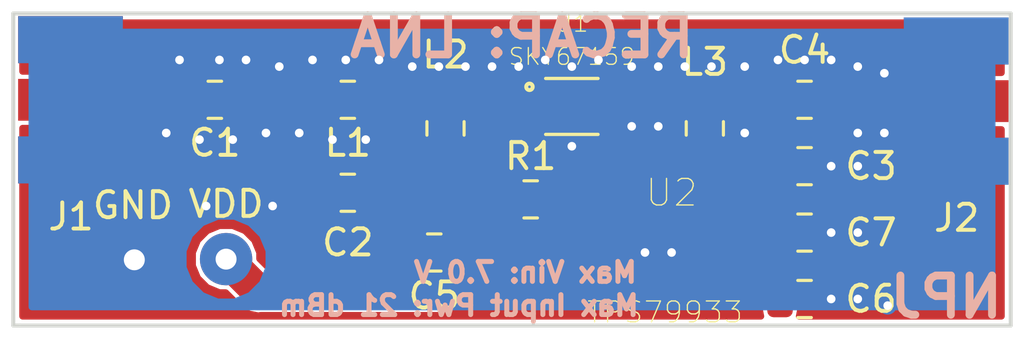
<source format=kicad_pcb>
(kicad_pcb (version 20171130) (host pcbnew 5.0.2-bee76a0~70~ubuntu16.04.1)

  (general
    (thickness 1.6)
    (drawings 9)
    (tracks 90)
    (zones 0)
    (modules 17)
    (nets 15)
  )

  (page A4)
  (layers
    (0 F.Cu signal)
    (31 B.Cu signal)
    (32 B.Adhes user)
    (33 F.Adhes user)
    (34 B.Paste user)
    (35 F.Paste user)
    (36 B.SilkS user)
    (37 F.SilkS user)
    (38 B.Mask user)
    (39 F.Mask user)
    (40 Dwgs.User user)
    (41 Cmts.User user)
    (42 Eco1.User user)
    (43 Eco2.User user)
    (44 Edge.Cuts user)
    (45 Margin user)
    (46 B.CrtYd user)
    (47 F.CrtYd user)
    (48 B.Fab user)
    (49 F.Fab user hide)
  )

  (setup
    (last_trace_width 0.8128)
    (user_trace_width 0.254)
    (user_trace_width 0.381)
    (user_trace_width 0.508)
    (user_trace_width 0.8128)
    (user_trace_width 1.27)
    (trace_clearance 0.1524)
    (zone_clearance 0.1524)
    (zone_45_only no)
    (trace_min 0.1524)
    (segment_width 0.2)
    (edge_width 0.15)
    (via_size 0.6858)
    (via_drill 0.3302)
    (via_min_size 0.6858)
    (via_min_drill 0.3302)
    (uvia_size 0.6858)
    (uvia_drill 0.3302)
    (uvias_allowed no)
    (uvia_min_size 0.2)
    (uvia_min_drill 0.1)
    (pcb_text_width 0.3)
    (pcb_text_size 1.5 1.5)
    (mod_edge_width 0.15)
    (mod_text_size 1 1)
    (mod_text_width 0.15)
    (pad_size 5 2.5)
    (pad_drill 0)
    (pad_to_mask_clearance 0.051)
    (solder_mask_min_width 0.25)
    (aux_axis_origin 0 0)
    (visible_elements FFFFEF7F)
    (pcbplotparams
      (layerselection 0x010f0_ffffffff)
      (usegerberextensions true)
      (usegerberattributes false)
      (usegerberadvancedattributes false)
      (creategerberjobfile false)
      (excludeedgelayer true)
      (linewidth 0.100000)
      (plotframeref false)
      (viasonmask false)
      (mode 1)
      (useauxorigin false)
      (hpglpennumber 1)
      (hpglpenspeed 20)
      (hpglpendiameter 15.000000)
      (psnegative false)
      (psa4output false)
      (plotreference true)
      (plotvalue false)
      (plotinvisibletext false)
      (padsonsilk false)
      (subtractmaskfromsilk false)
      (outputformat 1)
      (mirror false)
      (drillshape 0)
      (scaleselection 1)
      (outputdirectory "gerbers/"))
  )

  (net 0 "")
  (net 1 "Net-(C1-Pad2)")
  (net 2 "Net-(C1-Pad1)")
  (net 3 GND)
  (net 4 "Net-(C2-Pad2)")
  (net 5 +3V3)
  (net 6 "Net-(C4-Pad2)")
  (net 7 "Net-(C4-Pad1)")
  (net 8 VDD)
  (net 9 "Net-(C6-Pad2)")
  (net 10 "Net-(L1-Pad1)")
  (net 11 "Net-(U1-Pad1)")
  (net 12 "Net-(U1-Pad4)")
  (net 13 "Net-(U1-Pad5)")
  (net 14 "Net-(U1-Pad8)")

  (net_class Default "This is the default net class."
    (clearance 0.1524)
    (trace_width 0.1524)
    (via_dia 0.6858)
    (via_drill 0.3302)
    (uvia_dia 0.6858)
    (uvia_drill 0.3302)
    (add_net +3V3)
    (add_net GND)
    (add_net "Net-(C1-Pad1)")
    (add_net "Net-(C1-Pad2)")
    (add_net "Net-(C2-Pad2)")
    (add_net "Net-(C4-Pad1)")
    (add_net "Net-(C4-Pad2)")
    (add_net "Net-(C6-Pad2)")
    (add_net "Net-(L1-Pad1)")
    (add_net "Net-(U1-Pad1)")
    (add_net "Net-(U1-Pad4)")
    (add_net "Net-(U1-Pad5)")
    (add_net "Net-(U1-Pad8)")
    (add_net VDD)
  )

  (module footprints:sma-edge-small (layer F.Cu) (tedit 5C820BAA) (tstamp 5C81A26D)
    (at 107.3912 74.7268)
    (path /5C820821)
    (fp_text reference J2 (at 0.02 4.47) (layer F.SilkS)
      (effects (font (size 1 1) (thickness 0.15)))
    )
    (fp_text value RF-OUT (at 0.03 -4.36) (layer F.Fab)
      (effects (font (size 1 1) (thickness 0.15)))
    )
    (pad 2 smd rect (at 0 -3.2) (size 4 1.8) (drill (offset 0 0.9)) (layers B.Cu B.Mask)
      (net 3 GND))
    (pad 2 smd rect (at 0 -3.2) (size 4 1.8) (drill (offset 0 0.9)) (layers F.Cu F.Mask)
      (net 3 GND))
    (pad 2 smd rect (at 0 3.2) (size 4 1.8) (drill (offset 0 -0.9)) (layers B.Cu B.Mask)
      (net 3 GND))
    (pad 2 smd rect (at 0 3.2) (size 4 1.8) (drill (offset 0 -0.9)) (layers F.Cu F.Mask)
      (net 3 GND))
    (pad 1 smd rect (at 0 0) (size 4 1.6) (layers F.Cu F.Mask)
      (net 7 "Net-(C4-Pad1)"))
  )

  (module footprints:sma-edge-small (layer F.Cu) (tedit 5C820BAA) (tstamp 5C81A264)
    (at 73.5584 74.676)
    (path /5C80AA0E)
    (fp_text reference J1 (at 0.02 4.47) (layer F.SilkS)
      (effects (font (size 1 1) (thickness 0.15)))
    )
    (fp_text value RF-IN (at 0.03 -4.36) (layer F.Fab)
      (effects (font (size 1 1) (thickness 0.15)))
    )
    (pad 2 smd rect (at 0 -3.2) (size 4 1.8) (drill (offset 0 0.9)) (layers B.Cu B.Mask)
      (net 3 GND))
    (pad 2 smd rect (at 0 -3.2) (size 4 1.8) (drill (offset 0 0.9)) (layers F.Cu F.Mask)
      (net 3 GND))
    (pad 2 smd rect (at 0 3.2) (size 4 1.8) (drill (offset 0 -0.9)) (layers B.Cu B.Mask)
      (net 3 GND))
    (pad 2 smd rect (at 0 3.2) (size 4 1.8) (drill (offset 0 -0.9)) (layers F.Cu F.Mask)
      (net 3 GND))
    (pad 1 smd rect (at 0 0) (size 4 1.6) (layers F.Cu F.Mask)
      (net 1 "Net-(C1-Pad2)"))
  )

  (module Capacitor_SMD:C_0805_2012Metric (layer F.Cu) (tedit 5B36C52B) (tstamp 5C821162)
    (at 79.0725 74.676 180)
    (descr "Capacitor SMD 0805 (2012 Metric), square (rectangular) end terminal, IPC_7351 nominal, (Body size source: https://docs.google.com/spreadsheets/d/1BsfQQcO9C6DZCsRaXUlFlo91Tg2WpOkGARC1WS5S8t0/edit?usp=sharing), generated with kicad-footprint-generator")
    (tags capacitor)
    (path /5C80A6BF)
    (attr smd)
    (fp_text reference C1 (at 0 -1.65 180) (layer F.SilkS)
      (effects (font (size 1 1) (thickness 0.15)))
    )
    (fp_text value 20p (at 0 1.65 180) (layer F.Fab)
      (effects (font (size 1 1) (thickness 0.15)))
    )
    (fp_text user %R (at 0 0 180) (layer F.Fab)
      (effects (font (size 0.5 0.5) (thickness 0.08)))
    )
    (fp_line (start 1.68 0.95) (end -1.68 0.95) (layer F.CrtYd) (width 0.05))
    (fp_line (start 1.68 -0.95) (end 1.68 0.95) (layer F.CrtYd) (width 0.05))
    (fp_line (start -1.68 -0.95) (end 1.68 -0.95) (layer F.CrtYd) (width 0.05))
    (fp_line (start -1.68 0.95) (end -1.68 -0.95) (layer F.CrtYd) (width 0.05))
    (fp_line (start -0.258578 0.71) (end 0.258578 0.71) (layer F.SilkS) (width 0.12))
    (fp_line (start -0.258578 -0.71) (end 0.258578 -0.71) (layer F.SilkS) (width 0.12))
    (fp_line (start 1 0.6) (end -1 0.6) (layer F.Fab) (width 0.1))
    (fp_line (start 1 -0.6) (end 1 0.6) (layer F.Fab) (width 0.1))
    (fp_line (start -1 -0.6) (end 1 -0.6) (layer F.Fab) (width 0.1))
    (fp_line (start -1 0.6) (end -1 -0.6) (layer F.Fab) (width 0.1))
    (pad 2 smd roundrect (at 0.9375 0 180) (size 0.975 1.4) (layers F.Cu F.Paste F.Mask) (roundrect_rratio 0.25)
      (net 1 "Net-(C1-Pad2)"))
    (pad 1 smd roundrect (at -0.9375 0 180) (size 0.975 1.4) (layers F.Cu F.Paste F.Mask) (roundrect_rratio 0.25)
      (net 2 "Net-(C1-Pad1)"))
    (model ${KISYS3DMOD}/Capacitor_SMD.3dshapes/C_0805_2012Metric.wrl
      (at (xyz 0 0 0))
      (scale (xyz 1 1 1))
      (rotate (xyz 0 0 0))
    )
  )

  (module Capacitor_SMD:C_0805_2012Metric (layer F.Cu) (tedit 5B36C52B) (tstamp 5C821114)
    (at 84.1525 78.232)
    (descr "Capacitor SMD 0805 (2012 Metric), square (rectangular) end terminal, IPC_7351 nominal, (Body size source: https://docs.google.com/spreadsheets/d/1BsfQQcO9C6DZCsRaXUlFlo91Tg2WpOkGARC1WS5S8t0/edit?usp=sharing), generated with kicad-footprint-generator")
    (tags capacitor)
    (path /5C80AF37)
    (attr smd)
    (fp_text reference C2 (at 0 1.905) (layer F.SilkS)
      (effects (font (size 1 1) (thickness 0.15)))
    )
    (fp_text value 100p (at 0 1.65) (layer F.Fab)
      (effects (font (size 1 1) (thickness 0.15)))
    )
    (fp_text user %R (at 0 0) (layer F.Fab)
      (effects (font (size 0.5 0.5) (thickness 0.08)))
    )
    (fp_line (start 1.68 0.95) (end -1.68 0.95) (layer F.CrtYd) (width 0.05))
    (fp_line (start 1.68 -0.95) (end 1.68 0.95) (layer F.CrtYd) (width 0.05))
    (fp_line (start -1.68 -0.95) (end 1.68 -0.95) (layer F.CrtYd) (width 0.05))
    (fp_line (start -1.68 0.95) (end -1.68 -0.95) (layer F.CrtYd) (width 0.05))
    (fp_line (start -0.258578 0.71) (end 0.258578 0.71) (layer F.SilkS) (width 0.12))
    (fp_line (start -0.258578 -0.71) (end 0.258578 -0.71) (layer F.SilkS) (width 0.12))
    (fp_line (start 1 0.6) (end -1 0.6) (layer F.Fab) (width 0.1))
    (fp_line (start 1 -0.6) (end 1 0.6) (layer F.Fab) (width 0.1))
    (fp_line (start -1 -0.6) (end 1 -0.6) (layer F.Fab) (width 0.1))
    (fp_line (start -1 0.6) (end -1 -0.6) (layer F.Fab) (width 0.1))
    (pad 2 smd roundrect (at 0.9375 0) (size 0.975 1.4) (layers F.Cu F.Paste F.Mask) (roundrect_rratio 0.25)
      (net 4 "Net-(C2-Pad2)"))
    (pad 1 smd roundrect (at -0.9375 0) (size 0.975 1.4) (layers F.Cu F.Paste F.Mask) (roundrect_rratio 0.25)
      (net 3 GND))
    (model ${KISYS3DMOD}/Capacitor_SMD.3dshapes/C_0805_2012Metric.wrl
      (at (xyz 0 0 0))
      (scale (xyz 1 1 1))
      (rotate (xyz 0 0 0))
    )
  )

  (module Capacitor_SMD:C_0805_2012Metric (layer F.Cu) (tedit 5B36C52B) (tstamp 5C81A217)
    (at 101.6 77.216 180)
    (descr "Capacitor SMD 0805 (2012 Metric), square (rectangular) end terminal, IPC_7351 nominal, (Body size source: https://docs.google.com/spreadsheets/d/1BsfQQcO9C6DZCsRaXUlFlo91Tg2WpOkGARC1WS5S8t0/edit?usp=sharing), generated with kicad-footprint-generator")
    (tags capacitor)
    (path /5C80B377)
    (attr smd)
    (fp_text reference C3 (at -2.54 0 180) (layer F.SilkS)
      (effects (font (size 1 1) (thickness 0.15)))
    )
    (fp_text value 100p (at 0 1.65 180) (layer F.Fab)
      (effects (font (size 1 1) (thickness 0.15)))
    )
    (fp_text user %R (at 0 0 180) (layer F.Fab)
      (effects (font (size 0.5 0.5) (thickness 0.08)))
    )
    (fp_line (start 1.68 0.95) (end -1.68 0.95) (layer F.CrtYd) (width 0.05))
    (fp_line (start 1.68 -0.95) (end 1.68 0.95) (layer F.CrtYd) (width 0.05))
    (fp_line (start -1.68 -0.95) (end 1.68 -0.95) (layer F.CrtYd) (width 0.05))
    (fp_line (start -1.68 0.95) (end -1.68 -0.95) (layer F.CrtYd) (width 0.05))
    (fp_line (start -0.258578 0.71) (end 0.258578 0.71) (layer F.SilkS) (width 0.12))
    (fp_line (start -0.258578 -0.71) (end 0.258578 -0.71) (layer F.SilkS) (width 0.12))
    (fp_line (start 1 0.6) (end -1 0.6) (layer F.Fab) (width 0.1))
    (fp_line (start 1 -0.6) (end 1 0.6) (layer F.Fab) (width 0.1))
    (fp_line (start -1 -0.6) (end 1 -0.6) (layer F.Fab) (width 0.1))
    (fp_line (start -1 0.6) (end -1 -0.6) (layer F.Fab) (width 0.1))
    (pad 2 smd roundrect (at 0.9375 0 180) (size 0.975 1.4) (layers F.Cu F.Paste F.Mask) (roundrect_rratio 0.25)
      (net 5 +3V3))
    (pad 1 smd roundrect (at -0.9375 0 180) (size 0.975 1.4) (layers F.Cu F.Paste F.Mask) (roundrect_rratio 0.25)
      (net 3 GND))
    (model ${KISYS3DMOD}/Capacitor_SMD.3dshapes/C_0805_2012Metric.wrl
      (at (xyz 0 0 0))
      (scale (xyz 1 1 1))
      (rotate (xyz 0 0 0))
    )
  )

  (module Capacitor_SMD:C_0805_2012Metric (layer F.Cu) (tedit 5B36C52B) (tstamp 5C81A228)
    (at 101.6 74.676 180)
    (descr "Capacitor SMD 0805 (2012 Metric), square (rectangular) end terminal, IPC_7351 nominal, (Body size source: https://docs.google.com/spreadsheets/d/1BsfQQcO9C6DZCsRaXUlFlo91Tg2WpOkGARC1WS5S8t0/edit?usp=sharing), generated with kicad-footprint-generator")
    (tags capacitor)
    (path /5C80B13F)
    (attr smd)
    (fp_text reference C4 (at 0 1.905 180) (layer F.SilkS)
      (effects (font (size 1 1) (thickness 0.15)))
    )
    (fp_text value 100p (at 0 1.65 180) (layer F.Fab)
      (effects (font (size 1 1) (thickness 0.15)))
    )
    (fp_text user %R (at 0 0 180) (layer F.Fab)
      (effects (font (size 0.5 0.5) (thickness 0.08)))
    )
    (fp_line (start 1.68 0.95) (end -1.68 0.95) (layer F.CrtYd) (width 0.05))
    (fp_line (start 1.68 -0.95) (end 1.68 0.95) (layer F.CrtYd) (width 0.05))
    (fp_line (start -1.68 -0.95) (end 1.68 -0.95) (layer F.CrtYd) (width 0.05))
    (fp_line (start -1.68 0.95) (end -1.68 -0.95) (layer F.CrtYd) (width 0.05))
    (fp_line (start -0.258578 0.71) (end 0.258578 0.71) (layer F.SilkS) (width 0.12))
    (fp_line (start -0.258578 -0.71) (end 0.258578 -0.71) (layer F.SilkS) (width 0.12))
    (fp_line (start 1 0.6) (end -1 0.6) (layer F.Fab) (width 0.1))
    (fp_line (start 1 -0.6) (end 1 0.6) (layer F.Fab) (width 0.1))
    (fp_line (start -1 -0.6) (end 1 -0.6) (layer F.Fab) (width 0.1))
    (fp_line (start -1 0.6) (end -1 -0.6) (layer F.Fab) (width 0.1))
    (pad 2 smd roundrect (at 0.9375 0 180) (size 0.975 1.4) (layers F.Cu F.Paste F.Mask) (roundrect_rratio 0.25)
      (net 6 "Net-(C4-Pad2)"))
    (pad 1 smd roundrect (at -0.9375 0 180) (size 0.975 1.4) (layers F.Cu F.Paste F.Mask) (roundrect_rratio 0.25)
      (net 7 "Net-(C4-Pad1)"))
    (model ${KISYS3DMOD}/Capacitor_SMD.3dshapes/C_0805_2012Metric.wrl
      (at (xyz 0 0 0))
      (scale (xyz 1 1 1))
      (rotate (xyz 0 0 0))
    )
  )

  (module Capacitor_SMD:C_0805_2012Metric (layer F.Cu) (tedit 5B36C52B) (tstamp 5C821213)
    (at 87.4545 80.518 180)
    (descr "Capacitor SMD 0805 (2012 Metric), square (rectangular) end terminal, IPC_7351 nominal, (Body size source: https://docs.google.com/spreadsheets/d/1BsfQQcO9C6DZCsRaXUlFlo91Tg2WpOkGARC1WS5S8t0/edit?usp=sharing), generated with kicad-footprint-generator")
    (tags capacitor)
    (path /5C8EDF7F)
    (attr smd)
    (fp_text reference C5 (at 0 -1.65 180) (layer F.SilkS)
      (effects (font (size 1 1) (thickness 0.15)))
    )
    (fp_text value 2.2u (at 0 1.65 180) (layer F.Fab)
      (effects (font (size 1 1) (thickness 0.15)))
    )
    (fp_text user %R (at 0 0 180) (layer F.Fab)
      (effects (font (size 0.5 0.5) (thickness 0.08)))
    )
    (fp_line (start 1.68 0.95) (end -1.68 0.95) (layer F.CrtYd) (width 0.05))
    (fp_line (start 1.68 -0.95) (end 1.68 0.95) (layer F.CrtYd) (width 0.05))
    (fp_line (start -1.68 -0.95) (end 1.68 -0.95) (layer F.CrtYd) (width 0.05))
    (fp_line (start -1.68 0.95) (end -1.68 -0.95) (layer F.CrtYd) (width 0.05))
    (fp_line (start -0.258578 0.71) (end 0.258578 0.71) (layer F.SilkS) (width 0.12))
    (fp_line (start -0.258578 -0.71) (end 0.258578 -0.71) (layer F.SilkS) (width 0.12))
    (fp_line (start 1 0.6) (end -1 0.6) (layer F.Fab) (width 0.1))
    (fp_line (start 1 -0.6) (end 1 0.6) (layer F.Fab) (width 0.1))
    (fp_line (start -1 -0.6) (end 1 -0.6) (layer F.Fab) (width 0.1))
    (fp_line (start -1 0.6) (end -1 -0.6) (layer F.Fab) (width 0.1))
    (pad 2 smd roundrect (at 0.9375 0 180) (size 0.975 1.4) (layers F.Cu F.Paste F.Mask) (roundrect_rratio 0.25)
      (net 3 GND))
    (pad 1 smd roundrect (at -0.9375 0 180) (size 0.975 1.4) (layers F.Cu F.Paste F.Mask) (roundrect_rratio 0.25)
      (net 8 VDD))
    (model ${KISYS3DMOD}/Capacitor_SMD.3dshapes/C_0805_2012Metric.wrl
      (at (xyz 0 0 0))
      (scale (xyz 1 1 1))
      (rotate (xyz 0 0 0))
    )
  )

  (module Capacitor_SMD:C_0805_2012Metric (layer F.Cu) (tedit 5B36C52B) (tstamp 5C81A24A)
    (at 101.6 82.296 180)
    (descr "Capacitor SMD 0805 (2012 Metric), square (rectangular) end terminal, IPC_7351 nominal, (Body size source: https://docs.google.com/spreadsheets/d/1BsfQQcO9C6DZCsRaXUlFlo91Tg2WpOkGARC1WS5S8t0/edit?usp=sharing), generated with kicad-footprint-generator")
    (tags capacitor)
    (path /5C8EDF71)
    (attr smd)
    (fp_text reference C6 (at -2.54 0 180) (layer F.SilkS)
      (effects (font (size 1 1) (thickness 0.15)))
    )
    (fp_text value 0.01u (at 0 1.65 180) (layer F.Fab)
      (effects (font (size 1 1) (thickness 0.15)))
    )
    (fp_text user %R (at 0 0 180) (layer F.Fab)
      (effects (font (size 0.5 0.5) (thickness 0.08)))
    )
    (fp_line (start 1.68 0.95) (end -1.68 0.95) (layer F.CrtYd) (width 0.05))
    (fp_line (start 1.68 -0.95) (end 1.68 0.95) (layer F.CrtYd) (width 0.05))
    (fp_line (start -1.68 -0.95) (end 1.68 -0.95) (layer F.CrtYd) (width 0.05))
    (fp_line (start -1.68 0.95) (end -1.68 -0.95) (layer F.CrtYd) (width 0.05))
    (fp_line (start -0.258578 0.71) (end 0.258578 0.71) (layer F.SilkS) (width 0.12))
    (fp_line (start -0.258578 -0.71) (end 0.258578 -0.71) (layer F.SilkS) (width 0.12))
    (fp_line (start 1 0.6) (end -1 0.6) (layer F.Fab) (width 0.1))
    (fp_line (start 1 -0.6) (end 1 0.6) (layer F.Fab) (width 0.1))
    (fp_line (start -1 -0.6) (end 1 -0.6) (layer F.Fab) (width 0.1))
    (fp_line (start -1 0.6) (end -1 -0.6) (layer F.Fab) (width 0.1))
    (pad 2 smd roundrect (at 0.9375 0 180) (size 0.975 1.4) (layers F.Cu F.Paste F.Mask) (roundrect_rratio 0.25)
      (net 9 "Net-(C6-Pad2)"))
    (pad 1 smd roundrect (at -0.9375 0 180) (size 0.975 1.4) (layers F.Cu F.Paste F.Mask) (roundrect_rratio 0.25)
      (net 3 GND))
    (model ${KISYS3DMOD}/Capacitor_SMD.3dshapes/C_0805_2012Metric.wrl
      (at (xyz 0 0 0))
      (scale (xyz 1 1 1))
      (rotate (xyz 0 0 0))
    )
  )

  (module Capacitor_SMD:C_0805_2012Metric (layer F.Cu) (tedit 5B36C52B) (tstamp 5C81A25B)
    (at 101.6 79.756 180)
    (descr "Capacitor SMD 0805 (2012 Metric), square (rectangular) end terminal, IPC_7351 nominal, (Body size source: https://docs.google.com/spreadsheets/d/1BsfQQcO9C6DZCsRaXUlFlo91Tg2WpOkGARC1WS5S8t0/edit?usp=sharing), generated with kicad-footprint-generator")
    (tags capacitor)
    (path /5C8EDF78)
    (attr smd)
    (fp_text reference C7 (at -2.54 0 180) (layer F.SilkS)
      (effects (font (size 1 1) (thickness 0.15)))
    )
    (fp_text value 2.2u (at 0 1.65 180) (layer F.Fab)
      (effects (font (size 1 1) (thickness 0.15)))
    )
    (fp_text user %R (at 0 0 180) (layer F.Fab)
      (effects (font (size 0.5 0.5) (thickness 0.08)))
    )
    (fp_line (start 1.68 0.95) (end -1.68 0.95) (layer F.CrtYd) (width 0.05))
    (fp_line (start 1.68 -0.95) (end 1.68 0.95) (layer F.CrtYd) (width 0.05))
    (fp_line (start -1.68 -0.95) (end 1.68 -0.95) (layer F.CrtYd) (width 0.05))
    (fp_line (start -1.68 0.95) (end -1.68 -0.95) (layer F.CrtYd) (width 0.05))
    (fp_line (start -0.258578 0.71) (end 0.258578 0.71) (layer F.SilkS) (width 0.12))
    (fp_line (start -0.258578 -0.71) (end 0.258578 -0.71) (layer F.SilkS) (width 0.12))
    (fp_line (start 1 0.6) (end -1 0.6) (layer F.Fab) (width 0.1))
    (fp_line (start 1 -0.6) (end 1 0.6) (layer F.Fab) (width 0.1))
    (fp_line (start -1 -0.6) (end 1 -0.6) (layer F.Fab) (width 0.1))
    (fp_line (start -1 0.6) (end -1 -0.6) (layer F.Fab) (width 0.1))
    (pad 2 smd roundrect (at 0.9375 0 180) (size 0.975 1.4) (layers F.Cu F.Paste F.Mask) (roundrect_rratio 0.25)
      (net 5 +3V3))
    (pad 1 smd roundrect (at -0.9375 0 180) (size 0.975 1.4) (layers F.Cu F.Paste F.Mask) (roundrect_rratio 0.25)
      (net 3 GND))
    (model ${KISYS3DMOD}/Capacitor_SMD.3dshapes/C_0805_2012Metric.wrl
      (at (xyz 0 0 0))
      (scale (xyz 1 1 1))
      (rotate (xyz 0 0 0))
    )
  )

  (module Connector_Wire:SolderWirePad_1x01_Drill0.8mm (layer F.Cu) (tedit 5A2676A0) (tstamp 5C82113D)
    (at 75.9968 80.7974)
    (descr "Wire solder connection")
    (tags connector)
    (path /5C93E853)
    (attr virtual)
    (fp_text reference GND (at -0.0508 -2.0828) (layer F.SilkS)
      (effects (font (size 1 1) (thickness 0.15)))
    )
    (fp_text value GND (at 0 2.54) (layer F.Fab)
      (effects (font (size 1 1) (thickness 0.15)))
    )
    (fp_line (start 1.5 1.5) (end -1.5 1.5) (layer F.CrtYd) (width 0.05))
    (fp_line (start 1.5 1.5) (end 1.5 -1.5) (layer F.CrtYd) (width 0.05))
    (fp_line (start -1.5 -1.5) (end -1.5 1.5) (layer F.CrtYd) (width 0.05))
    (fp_line (start -1.5 -1.5) (end 1.5 -1.5) (layer F.CrtYd) (width 0.05))
    (fp_text user %R (at 0 0) (layer F.Fab)
      (effects (font (size 1 1) (thickness 0.15)))
    )
    (pad 1 thru_hole circle (at 0 0) (size 1.99898 1.99898) (drill 0.8001) (layers *.Cu *.Mask)
      (net 3 GND))
  )

  (module Connector_Wire:SolderWirePad_1x01_Drill0.8mm (layer F.Cu) (tedit 5A2676A0) (tstamp 5C82118B)
    (at 79.502 80.772)
    (descr "Wire solder connection")
    (tags connector)
    (path /5C90970E)
    (attr virtual)
    (fp_text reference VDD (at 0 -2.1082) (layer F.SilkS)
      (effects (font (size 1 1) (thickness 0.15)))
    )
    (fp_text value VDD (at 0 2.54) (layer F.Fab)
      (effects (font (size 1 1) (thickness 0.15)))
    )
    (fp_line (start 1.5 1.5) (end -1.5 1.5) (layer F.CrtYd) (width 0.05))
    (fp_line (start 1.5 1.5) (end 1.5 -1.5) (layer F.CrtYd) (width 0.05))
    (fp_line (start -1.5 -1.5) (end -1.5 1.5) (layer F.CrtYd) (width 0.05))
    (fp_line (start -1.5 -1.5) (end 1.5 -1.5) (layer F.CrtYd) (width 0.05))
    (fp_text user %R (at 0 0) (layer F.Fab)
      (effects (font (size 1 1) (thickness 0.15)))
    )
    (pad 1 thru_hole circle (at 0 0) (size 1.99898 1.99898) (drill 0.8001) (layers *.Cu *.Mask)
      (net 8 VDD))
  )

  (module Capacitor_SMD:C_0805_2012Metric (layer F.Cu) (tedit 5B36C52B) (tstamp 5C8211AD)
    (at 84.1525 74.676 180)
    (descr "Capacitor SMD 0805 (2012 Metric), square (rectangular) end terminal, IPC_7351 nominal, (Body size source: https://docs.google.com/spreadsheets/d/1BsfQQcO9C6DZCsRaXUlFlo91Tg2WpOkGARC1WS5S8t0/edit?usp=sharing), generated with kicad-footprint-generator")
    (tags capacitor)
    (path /5C80AD5E)
    (attr smd)
    (fp_text reference L1 (at 0 -1.65 180) (layer F.SilkS)
      (effects (font (size 1 1) (thickness 0.15)))
    )
    (fp_text value 1n (at 0 1.65 180) (layer F.Fab)
      (effects (font (size 1 1) (thickness 0.15)))
    )
    (fp_text user %R (at 0 0 180) (layer F.Fab)
      (effects (font (size 0.5 0.5) (thickness 0.08)))
    )
    (fp_line (start 1.68 0.95) (end -1.68 0.95) (layer F.CrtYd) (width 0.05))
    (fp_line (start 1.68 -0.95) (end 1.68 0.95) (layer F.CrtYd) (width 0.05))
    (fp_line (start -1.68 -0.95) (end 1.68 -0.95) (layer F.CrtYd) (width 0.05))
    (fp_line (start -1.68 0.95) (end -1.68 -0.95) (layer F.CrtYd) (width 0.05))
    (fp_line (start -0.258578 0.71) (end 0.258578 0.71) (layer F.SilkS) (width 0.12))
    (fp_line (start -0.258578 -0.71) (end 0.258578 -0.71) (layer F.SilkS) (width 0.12))
    (fp_line (start 1 0.6) (end -1 0.6) (layer F.Fab) (width 0.1))
    (fp_line (start 1 -0.6) (end 1 0.6) (layer F.Fab) (width 0.1))
    (fp_line (start -1 -0.6) (end 1 -0.6) (layer F.Fab) (width 0.1))
    (fp_line (start -1 0.6) (end -1 -0.6) (layer F.Fab) (width 0.1))
    (pad 2 smd roundrect (at 0.9375 0 180) (size 0.975 1.4) (layers F.Cu F.Paste F.Mask) (roundrect_rratio 0.25)
      (net 2 "Net-(C1-Pad1)"))
    (pad 1 smd roundrect (at -0.9375 0 180) (size 0.975 1.4) (layers F.Cu F.Paste F.Mask) (roundrect_rratio 0.25)
      (net 10 "Net-(L1-Pad1)"))
    (model ${KISYS3DMOD}/Capacitor_SMD.3dshapes/C_0805_2012Metric.wrl
      (at (xyz 0 0 0))
      (scale (xyz 1 1 1))
      (rotate (xyz 0 0 0))
    )
  )

  (module Capacitor_SMD:C_0805_2012Metric (layer F.Cu) (tedit 5B36C52B) (tstamp 5C8211DD)
    (at 87.884 75.7705 270)
    (descr "Capacitor SMD 0805 (2012 Metric), square (rectangular) end terminal, IPC_7351 nominal, (Body size source: https://docs.google.com/spreadsheets/d/1BsfQQcO9C6DZCsRaXUlFlo91Tg2WpOkGARC1WS5S8t0/edit?usp=sharing), generated with kicad-footprint-generator")
    (tags capacitor)
    (path /5C80A7A3)
    (attr smd)
    (fp_text reference L2 (at -2.8194 0) (layer F.SilkS)
      (effects (font (size 1 1) (thickness 0.15)))
    )
    (fp_text value 30n (at 0 1.65 270) (layer F.Fab)
      (effects (font (size 1 1) (thickness 0.15)))
    )
    (fp_text user %R (at 0 0 270) (layer F.Fab)
      (effects (font (size 0.5 0.5) (thickness 0.08)))
    )
    (fp_line (start 1.68 0.95) (end -1.68 0.95) (layer F.CrtYd) (width 0.05))
    (fp_line (start 1.68 -0.95) (end 1.68 0.95) (layer F.CrtYd) (width 0.05))
    (fp_line (start -1.68 -0.95) (end 1.68 -0.95) (layer F.CrtYd) (width 0.05))
    (fp_line (start -1.68 0.95) (end -1.68 -0.95) (layer F.CrtYd) (width 0.05))
    (fp_line (start -0.258578 0.71) (end 0.258578 0.71) (layer F.SilkS) (width 0.12))
    (fp_line (start -0.258578 -0.71) (end 0.258578 -0.71) (layer F.SilkS) (width 0.12))
    (fp_line (start 1 0.6) (end -1 0.6) (layer F.Fab) (width 0.1))
    (fp_line (start 1 -0.6) (end 1 0.6) (layer F.Fab) (width 0.1))
    (fp_line (start -1 -0.6) (end 1 -0.6) (layer F.Fab) (width 0.1))
    (fp_line (start -1 0.6) (end -1 -0.6) (layer F.Fab) (width 0.1))
    (pad 2 smd roundrect (at 0.9375 0 270) (size 0.975 1.4) (layers F.Cu F.Paste F.Mask) (roundrect_rratio 0.25)
      (net 4 "Net-(C2-Pad2)"))
    (pad 1 smd roundrect (at -0.9375 0 270) (size 0.975 1.4) (layers F.Cu F.Paste F.Mask) (roundrect_rratio 0.25)
      (net 10 "Net-(L1-Pad1)"))
    (model ${KISYS3DMOD}/Capacitor_SMD.3dshapes/C_0805_2012Metric.wrl
      (at (xyz 0 0 0))
      (scale (xyz 1 1 1))
      (rotate (xyz 0 0 0))
    )
  )

  (module Capacitor_SMD:C_0805_2012Metric (layer F.Cu) (tedit 5B36C52B) (tstamp 5C81A2B4)
    (at 97.79 75.7705 90)
    (descr "Capacitor SMD 0805 (2012 Metric), square (rectangular) end terminal, IPC_7351 nominal, (Body size source: https://docs.google.com/spreadsheets/d/1BsfQQcO9C6DZCsRaXUlFlo91Tg2WpOkGARC1WS5S8t0/edit?usp=sharing), generated with kicad-footprint-generator")
    (tags capacitor)
    (path /5C80B21D)
    (attr smd)
    (fp_text reference L3 (at 2.54 0 180) (layer F.SilkS)
      (effects (font (size 1 1) (thickness 0.15)))
    )
    (fp_text value 36n (at 0 1.65 90) (layer F.Fab)
      (effects (font (size 1 1) (thickness 0.15)))
    )
    (fp_text user %R (at 0 0 90) (layer F.Fab)
      (effects (font (size 0.5 0.5) (thickness 0.08)))
    )
    (fp_line (start 1.68 0.95) (end -1.68 0.95) (layer F.CrtYd) (width 0.05))
    (fp_line (start 1.68 -0.95) (end 1.68 0.95) (layer F.CrtYd) (width 0.05))
    (fp_line (start -1.68 -0.95) (end 1.68 -0.95) (layer F.CrtYd) (width 0.05))
    (fp_line (start -1.68 0.95) (end -1.68 -0.95) (layer F.CrtYd) (width 0.05))
    (fp_line (start -0.258578 0.71) (end 0.258578 0.71) (layer F.SilkS) (width 0.12))
    (fp_line (start -0.258578 -0.71) (end 0.258578 -0.71) (layer F.SilkS) (width 0.12))
    (fp_line (start 1 0.6) (end -1 0.6) (layer F.Fab) (width 0.1))
    (fp_line (start 1 -0.6) (end 1 0.6) (layer F.Fab) (width 0.1))
    (fp_line (start -1 -0.6) (end 1 -0.6) (layer F.Fab) (width 0.1))
    (fp_line (start -1 0.6) (end -1 -0.6) (layer F.Fab) (width 0.1))
    (pad 2 smd roundrect (at 0.9375 0 90) (size 0.975 1.4) (layers F.Cu F.Paste F.Mask) (roundrect_rratio 0.25)
      (net 6 "Net-(C4-Pad2)"))
    (pad 1 smd roundrect (at -0.9375 0 90) (size 0.975 1.4) (layers F.Cu F.Paste F.Mask) (roundrect_rratio 0.25)
      (net 5 +3V3))
    (model ${KISYS3DMOD}/Capacitor_SMD.3dshapes/C_0805_2012Metric.wrl
      (at (xyz 0 0 0))
      (scale (xyz 1 1 1))
      (rotate (xyz 0 0 0))
    )
  )

  (module Capacitor_SMD:C_0805_2012Metric (layer F.Cu) (tedit 5B36C52B) (tstamp 5C81A2C5)
    (at 91.1375 78.486)
    (descr "Capacitor SMD 0805 (2012 Metric), square (rectangular) end terminal, IPC_7351 nominal, (Body size source: https://docs.google.com/spreadsheets/d/1BsfQQcO9C6DZCsRaXUlFlo91Tg2WpOkGARC1WS5S8t0/edit?usp=sharing), generated with kicad-footprint-generator")
    (tags capacitor)
    (path /5C80A5C0)
    (attr smd)
    (fp_text reference R1 (at 0 -1.65) (layer F.SilkS)
      (effects (font (size 1 1) (thickness 0.15)))
    )
    (fp_text value 4.7k (at 0 1.65) (layer F.Fab)
      (effects (font (size 1 1) (thickness 0.15)))
    )
    (fp_text user %R (at 0 0) (layer F.Fab)
      (effects (font (size 0.5 0.5) (thickness 0.08)))
    )
    (fp_line (start 1.68 0.95) (end -1.68 0.95) (layer F.CrtYd) (width 0.05))
    (fp_line (start 1.68 -0.95) (end 1.68 0.95) (layer F.CrtYd) (width 0.05))
    (fp_line (start -1.68 -0.95) (end 1.68 -0.95) (layer F.CrtYd) (width 0.05))
    (fp_line (start -1.68 0.95) (end -1.68 -0.95) (layer F.CrtYd) (width 0.05))
    (fp_line (start -0.258578 0.71) (end 0.258578 0.71) (layer F.SilkS) (width 0.12))
    (fp_line (start -0.258578 -0.71) (end 0.258578 -0.71) (layer F.SilkS) (width 0.12))
    (fp_line (start 1 0.6) (end -1 0.6) (layer F.Fab) (width 0.1))
    (fp_line (start 1 -0.6) (end 1 0.6) (layer F.Fab) (width 0.1))
    (fp_line (start -1 -0.6) (end 1 -0.6) (layer F.Fab) (width 0.1))
    (fp_line (start -1 0.6) (end -1 -0.6) (layer F.Fab) (width 0.1))
    (pad 2 smd roundrect (at 0.9375 0) (size 0.975 1.4) (layers F.Cu F.Paste F.Mask) (roundrect_rratio 0.25)
      (net 5 +3V3))
    (pad 1 smd roundrect (at -0.9375 0) (size 0.975 1.4) (layers F.Cu F.Paste F.Mask) (roundrect_rratio 0.25)
      (net 4 "Net-(C2-Pad2)"))
    (model ${KISYS3DMOD}/Capacitor_SMD.3dshapes/C_0805_2012Metric.wrl
      (at (xyz 0 0 0))
      (scale (xyz 1 1 1))
      (rotate (xyz 0 0 0))
    )
  )

  (module SON50P200X200X80-9N:SON50P200X200X80-9N (layer F.Cu) (tedit 0) (tstamp 5C81A2E6)
    (at 92.71 74.93)
    (path /5C80A4AB)
    (attr smd)
    (fp_text reference U1 (at 0 -3.175) (layer F.SilkS)
      (effects (font (size 0.640516 0.640516) (thickness 0.05)))
    )
    (fp_text value SKY67159 (at 0 -1.905) (layer F.SilkS)
      (effects (font (size 0.640379 0.640379) (thickness 0.05)))
    )
    (fp_circle (center -1.619 -0.75) (end -1.569 -0.75) (layer F.SilkS) (width 0.15))
    (fp_line (start -1.25 -1.13) (end -1.25 -1.25) (layer Eco1.User) (width 0.05))
    (fp_line (start -1.61 -1.13) (end -1.25 -1.13) (layer Eco1.User) (width 0.05))
    (fp_line (start -1.61 1.13) (end -1.61 -1.13) (layer Eco1.User) (width 0.05))
    (fp_line (start -1.25 1.13) (end -1.61 1.13) (layer Eco1.User) (width 0.05))
    (fp_line (start -1.25 1.25) (end -1.25 1.13) (layer Eco1.User) (width 0.05))
    (fp_line (start 1.25 1.25) (end -1.25 1.25) (layer Eco1.User) (width 0.05))
    (fp_line (start 1.25 1.13) (end 1.25 1.25) (layer Eco1.User) (width 0.05))
    (fp_line (start 1.61 1.13) (end 1.25 1.13) (layer Eco1.User) (width 0.05))
    (fp_line (start 1.61 -1.13) (end 1.61 1.13) (layer Eco1.User) (width 0.05))
    (fp_line (start 1.25 -1.13) (end 1.61 -1.13) (layer Eco1.User) (width 0.05))
    (fp_line (start 1.25 -1.25) (end 1.25 -1.13) (layer Eco1.User) (width 0.05))
    (fp_line (start -1.25 -1.25) (end 1.25 -1.25) (layer Eco1.User) (width 0.05))
    (fp_line (start -1 1.07) (end 1 1.07) (layer F.SilkS) (width 0.127))
    (fp_line (start -1 -1.07) (end 1 -1.07) (layer F.SilkS) (width 0.127))
    (fp_line (start 1 1) (end -1 1) (layer Eco2.User) (width 0.127))
    (fp_line (start 1 -1) (end 1 1) (layer Eco2.User) (width 0.127))
    (fp_line (start -1 -1) (end 1 -1) (layer Eco2.User) (width 0.127))
    (fp_line (start -1 1) (end -1 -1) (layer Eco2.User) (width 0.127))
    (fp_poly (pts (xy -0.280297 -0.54) (xy 0.28 -0.54) (xy 0.28 0.540572) (xy -0.280297 0.540572)) (layer F.Paste) (width 0))
    (pad 9 smd rect (at 0 0) (size 0.9 1.7) (layers F.Cu F.Paste F.Mask)
      (net 3 GND))
    (pad 8 smd rect (at 1.005 -0.75 180) (size 0.71 0.26) (layers F.Cu F.Paste F.Mask)
      (net 14 "Net-(U1-Pad8)"))
    (pad 7 smd rect (at 1.005 -0.25 180) (size 0.71 0.26) (layers F.Cu F.Paste F.Mask)
      (net 6 "Net-(C4-Pad2)"))
    (pad 6 smd rect (at 1.005 0.25 180) (size 0.71 0.26) (layers F.Cu F.Paste F.Mask)
      (net 3 GND))
    (pad 5 smd rect (at 1.005 0.75 180) (size 0.71 0.26) (layers F.Cu F.Paste F.Mask)
      (net 13 "Net-(U1-Pad5)"))
    (pad 4 smd rect (at -1.005 0.75) (size 0.71 0.26) (layers F.Cu F.Paste F.Mask)
      (net 12 "Net-(U1-Pad4)"))
    (pad 3 smd rect (at -1.005 0.25) (size 0.71 0.26) (layers F.Cu F.Paste F.Mask)
      (net 4 "Net-(C2-Pad2)"))
    (pad 2 smd rect (at -1.005 -0.25) (size 0.71 0.26) (layers F.Cu F.Paste F.Mask)
      (net 10 "Net-(L1-Pad1)"))
    (pad 1 smd rect (at -1.005 -0.75) (size 0.71 0.26) (layers F.Cu F.Paste F.Mask)
      (net 11 "Net-(U1-Pad1)"))
  )

  (module LP3985IM5-5.0:SOT95P300X120-5N (layer F.Cu) (tedit 5C81A809) (tstamp 5C81A307)
    (at 96.52 80.518)
    (path /5C8C4F98)
    (attr smd)
    (fp_text reference U2 (at 0 -2.286) (layer F.SilkS)
      (effects (font (size 1.016 1.016) (thickness 0.05)))
    )
    (fp_text value TPS79933 (at -0.254 2.286) (layer F.SilkS)
      (effects (font (size 0.8 0.8) (thickness 0.05)))
    )
    (fp_line (start -0.8382 -1.4986) (end -0.8382 1.4986) (layer Eco2.User) (width 0.1524))
    (fp_line (start 0.8382 -1.4986) (end -0.8382 -1.4986) (layer Eco2.User) (width 0.1524))
    (fp_line (start 0.8382 1.4986) (end 0.8382 -1.4986) (layer Eco2.User) (width 0.1524))
    (fp_line (start -0.8382 1.4986) (end 0.8382 1.4986) (layer Eco2.User) (width 0.1524))
    (fp_line (start 1.4986 -1.1938) (end 0.8382 -1.1938) (layer Eco2.User) (width 0.1524))
    (fp_line (start 1.4986 -0.7112) (end 1.4986 -1.1938) (layer Eco2.User) (width 0.1524))
    (fp_line (start 0.8382 -0.7112) (end 1.4986 -0.7112) (layer Eco2.User) (width 0.1524))
    (fp_line (start 0.8382 -1.1938) (end 0.8382 -0.7112) (layer Eco2.User) (width 0.1524))
    (fp_line (start 1.4986 0.7112) (end 0.8382 0.7112) (layer Eco2.User) (width 0.1524))
    (fp_line (start 1.4986 1.1938) (end 1.4986 0.7112) (layer Eco2.User) (width 0.1524))
    (fp_line (start 0.8382 1.1938) (end 1.4986 1.1938) (layer Eco2.User) (width 0.1524))
    (fp_line (start 0.8382 0.7112) (end 0.8382 1.1938) (layer Eco2.User) (width 0.1524))
    (fp_line (start -1.4986 1.1938) (end -0.8382 1.1938) (layer Eco2.User) (width 0.1524))
    (fp_line (start -1.4986 0.7112) (end -1.4986 1.1938) (layer Eco2.User) (width 0.1524))
    (fp_line (start -0.8382 0.7112) (end -1.4986 0.7112) (layer Eco2.User) (width 0.1524))
    (fp_line (start -0.8382 1.1938) (end -0.8382 0.7112) (layer Eco2.User) (width 0.1524))
    (fp_line (start -1.4986 0.254) (end -0.8382 0.254) (layer Eco2.User) (width 0.1524))
    (fp_line (start -1.4986 -0.254) (end -1.4986 0.254) (layer Eco2.User) (width 0.1524))
    (fp_line (start -0.8382 -0.254) (end -1.4986 -0.254) (layer Eco2.User) (width 0.1524))
    (fp_line (start -0.8382 0.254) (end -0.8382 -0.254) (layer Eco2.User) (width 0.1524))
    (fp_line (start -1.4986 -0.7112) (end -0.8382 -0.7112) (layer Eco2.User) (width 0.1524))
    (fp_line (start -1.4986 -1.1938) (end -1.4986 -0.7112) (layer Eco2.User) (width 0.1524))
    (fp_line (start -0.8382 -1.1938) (end -1.4986 -1.1938) (layer Eco2.User) (width 0.1524))
    (fp_line (start -0.8382 -0.7112) (end -0.8382 -1.1938) (layer Eco2.User) (width 0.1524))
    (pad 5 smd rect (at 1.2192 -0.9398) (size 1.27 0.5588) (layers F.Cu F.Paste F.Mask)
      (net 5 +3V3))
    (pad 4 smd rect (at 1.2192 0.9398) (size 1.27 0.5588) (layers F.Cu F.Paste F.Mask)
      (net 9 "Net-(C6-Pad2)"))
    (pad 3 smd rect (at -1.2192 0.9398) (size 1.27 0.5588) (layers F.Cu F.Paste F.Mask)
      (net 8 VDD))
    (pad 2 smd rect (at -1.2192 0) (size 1.27 0.5588) (layers F.Cu F.Paste F.Mask)
      (net 3 GND))
    (pad 1 smd rect (at -1.2192 -0.9398) (size 1.27 0.5588) (layers F.Cu F.Paste F.Mask)
      (net 8 VDD))
  )

  (gr_line (start 71.374 83.312) (end 71.374 71.374) (layer Edge.Cuts) (width 0.15))
  (gr_line (start 71.628 83.312) (end 71.374 83.312) (layer Edge.Cuts) (width 0.15))
  (gr_line (start 109.474 83.312) (end 71.628 83.312) (layer Edge.Cuts) (width 0.15))
  (gr_line (start 109.474 71.374) (end 109.474 83.312) (layer Edge.Cuts) (width 0.15))
  (gr_line (start 71.374 71.374) (end 109.474 71.374) (layer Edge.Cuts) (width 0.15))
  (gr_text "NPJ\n" (at 107.0102 82.2198) (layer B.SilkS)
    (effects (font (size 1.5 1.5) (thickness 0.3)) (justify mirror))
  )
  (gr_text "RECAP: LNA" (at 90.805 72.263) (layer B.SilkS)
    (effects (font (size 1.5 1.5) (thickness 0.3)) (justify mirror))
  )
  (gr_text "Max Vin: 7.0 V" (at 90.932 81.28) (layer B.SilkS)
    (effects (font (size 0.762 0.762) (thickness 0.1905)) (justify mirror))
  )
  (gr_text "Max Input Pwr: 21 dBm" (at 88.392 82.55) (layer B.SilkS)
    (effects (font (size 0.762 0.762) (thickness 0.1905)) (justify mirror))
  )

  (segment (start 78.1272 74.6838) (end 78.135 74.676) (width 0.8128) (layer F.Cu) (net 1) (tstamp 5C821201))
  (segment (start 80.01 74.676) (end 83.215 74.676) (width 0.8128) (layer F.Cu) (net 2) (tstamp 5C821150))
  (via (at 102.616 82.296) (size 0.6858) (drill 0.3302) (layers F.Cu B.Cu) (net 3))
  (via (at 102.616 79.756) (size 0.6858) (drill 0.3302) (layers F.Cu B.Cu) (net 3))
  (via (at 102.616 77.216) (size 0.6858) (drill 0.3302) (layers F.Cu B.Cu) (net 3))
  (via (at 95.504 80.518) (size 0.6858) (drill 0.3302) (layers F.Cu B.Cu) (net 3))
  (via (at 94.996 75.692) (size 0.6858) (drill 0.3302) (layers F.Cu B.Cu) (net 3))
  (via (at 96.012 75.692) (size 0.6858) (drill 0.3302) (layers F.Cu B.Cu) (net 3))
  (via (at 94.996 73.406) (size 0.6858) (drill 0.3302) (layers F.Cu B.Cu) (net 3))
  (via (at 96.012 73.406) (size 0.6858) (drill 0.3302) (layers F.Cu B.Cu) (net 3))
  (via (at 97.028 73.406) (size 0.6858) (drill 0.3302) (layers F.Cu B.Cu) (net 3))
  (via (at 98.044 73.406) (size 0.6858) (drill 0.3302) (layers F.Cu B.Cu) (net 3))
  (via (at 99.314 73.406) (size 0.6858) (drill 0.3302) (layers F.Cu B.Cu) (net 3))
  (via (at 100.584 73.152) (size 0.6858) (drill 0.3302) (layers F.Cu B.Cu) (net 3))
  (via (at 101.6 73.152) (size 0.6858) (drill 0.3302) (layers F.Cu B.Cu) (net 3))
  (via (at 102.616 73.152) (size 0.6858) (drill 0.3302) (layers F.Cu B.Cu) (net 3))
  (via (at 103.632 73.406) (size 0.6858) (drill 0.3302) (layers F.Cu B.Cu) (net 3))
  (via (at 96.52 80.518) (size 0.6858) (drill 0.3302) (layers F.Cu B.Cu) (net 3))
  (segment (start 96.52 80.518) (end 95.726013 80.518) (width 0.8128) (layer F.Cu) (net 3))
  (via (at 103.632 77.216) (size 0.6858) (drill 0.3302) (layers F.Cu B.Cu) (net 3))
  (via (at 103.632 79.756) (size 0.6858) (drill 0.3302) (layers F.Cu B.Cu) (net 3))
  (via (at 103.632 82.296) (size 0.6858) (drill 0.3302) (layers F.Cu B.Cu) (net 3))
  (via (at 104.775 82.55) (size 0.6858) (drill 0.3302) (layers F.Cu B.Cu) (net 3))
  (via (at 92.71 73.406) (size 0.6858) (drill 0.3302) (layers F.Cu B.Cu) (net 3))
  (via (at 93.726 73.152) (size 0.6858) (drill 0.3302) (layers F.Cu B.Cu) (net 3))
  (via (at 91.694 73.152) (size 0.6858) (drill 0.3302) (layers F.Cu B.Cu) (net 3))
  (via (at 90.678 73.406) (size 0.6858) (drill 0.3302) (layers F.Cu B.Cu) (net 3))
  (via (at 89.662 73.406) (size 0.6858) (drill 0.3302) (layers F.Cu B.Cu) (net 3))
  (via (at 88.646 73.406) (size 0.6858) (drill 0.3302) (layers F.Cu B.Cu) (net 3))
  (via (at 87.63 73.406) (size 0.6858) (drill 0.3302) (layers F.Cu B.Cu) (net 3))
  (via (at 86.614 73.406) (size 0.6858) (drill 0.3302) (layers F.Cu B.Cu) (net 3))
  (via (at 85.344 73.152) (size 0.6858) (drill 0.3302) (layers F.Cu B.Cu) (net 3))
  (via (at 84.074 73.152) (size 0.6858) (drill 0.3302) (layers F.Cu B.Cu) (net 3))
  (via (at 82.804 73.152) (size 0.6858) (drill 0.3302) (layers F.Cu B.Cu) (net 3))
  (via (at 81.534 73.406) (size 0.6858) (drill 0.3302) (layers F.Cu B.Cu) (net 3))
  (via (at 80.264 73.152) (size 0.6858) (drill 0.3302) (layers F.Cu B.Cu) (net 3))
  (via (at 79.248 73.152) (size 0.6858) (drill 0.3302) (layers F.Cu B.Cu) (net 3))
  (via (at 77.724 73.152) (size 0.6858) (drill 0.3302) (layers F.Cu B.Cu) (net 3))
  (via (at 84.836 76.2) (size 0.6858) (drill 0.3302) (layers F.Cu B.Cu) (net 3))
  (via (at 83.566 76.2) (size 0.6858) (drill 0.3302) (layers F.Cu B.Cu) (net 3))
  (via (at 82.296 75.946) (size 0.6858) (drill 0.3302) (layers F.Cu B.Cu) (net 3))
  (via (at 81.026 75.946) (size 0.6858) (drill 0.3302) (layers F.Cu B.Cu) (net 3))
  (via (at 79.756 76.2) (size 0.6858) (drill 0.3302) (layers F.Cu B.Cu) (net 3))
  (via (at 78.486 76.2) (size 0.6858) (drill 0.3302) (layers F.Cu B.Cu) (net 3))
  (via (at 77.216 75.946) (size 0.6858) (drill 0.3302) (layers F.Cu B.Cu) (net 3))
  (via (at 92.71 76.454) (size 0.6858) (drill 0.3302) (layers F.Cu B.Cu) (net 3))
  (via (at 78.74 78.74) (size 0.6858) (drill 0.3302) (layers F.Cu B.Cu) (net 3))
  (via (at 81.28 78.74) (size 0.6858) (drill 0.3302) (layers F.Cu B.Cu) (net 3))
  (via (at 99.314 75.946) (size 0.6858) (drill 0.3302) (layers F.Cu B.Cu) (net 3))
  (via (at 103.632 75.946) (size 0.6858) (drill 0.3302) (layers F.Cu B.Cu) (net 3))
  (via (at 104.648 75.946) (size 0.6858) (drill 0.3302) (layers F.Cu B.Cu) (net 3))
  (via (at 104.648 73.66) (size 0.6858) (drill 0.3302) (layers F.Cu B.Cu) (net 3))
  (segment (start 88.422 76.708) (end 90.2 78.486) (width 0.8128) (layer F.Cu) (net 4))
  (segment (start 87.884 76.708) (end 88.422 76.708) (width 0.8128) (layer F.Cu) (net 4))
  (segment (start 86.614 76.708) (end 85.09 78.232) (width 0.8128) (layer F.Cu) (net 4))
  (segment (start 87.884 76.708) (end 86.614 76.708) (width 0.8128) (layer F.Cu) (net 4))
  (segment (start 90.2 78.486) (end 90.2 76.11921) (width 0.8128) (layer F.Cu) (net 4))
  (segment (start 90.2 76.11921) (end 90.678 75.64121) (width 0.8128) (layer F.Cu) (net 4))
  (segment (start 90.31787 76.11921) (end 90.2 76.11921) (width 0.254) (layer F.Cu) (net 4))
  (segment (start 91.25708 75.18) (end 90.31787 76.11921) (width 0.254) (layer F.Cu) (net 4))
  (segment (start 91.705 75.18) (end 91.25708 75.18) (width 0.254) (layer F.Cu) (net 4))
  (segment (start 100.6625 79.756) (end 100.6625 77.216) (width 1.27) (layer F.Cu) (net 5))
  (segment (start 100.4847 79.5782) (end 100.6625 79.756) (width 1.27) (layer F.Cu) (net 5))
  (segment (start 97.7392 79.5782) (end 100.4847 79.5782) (width 1.27) (layer F.Cu) (net 5))
  (segment (start 97.79 79.5274) (end 97.7392 79.5782) (width 1.27) (layer F.Cu) (net 5))
  (segment (start 97.79 76.708) (end 97.79 79.5274) (width 1.27) (layer F.Cu) (net 5))
  (segment (start 97.79 76.708) (end 96.52 77.978) (width 1.27) (layer F.Cu) (net 5))
  (segment (start 92.631237 77.929763) (end 92.075 78.486) (width 1.27) (layer F.Cu) (net 5))
  (segment (start 96.471763 77.929763) (end 92.631237 77.929763) (width 1.27) (layer F.Cu) (net 5))
  (segment (start 96.52 77.978) (end 96.471763 77.929763) (width 1.27) (layer F.Cu) (net 5))
  (segment (start 100.6625 74.676) (end 94.628801 74.676) (width 0.8128) (layer F.Cu) (net 6))
  (segment (start 94.624801 74.68) (end 94.628801 74.676) (width 0.254) (layer F.Cu) (net 6))
  (segment (start 93.715 74.68) (end 94.624801 74.68) (width 0.254) (layer F.Cu) (net 6))
  (segment (start 107.3404 74.676) (end 107.3912 74.7268) (width 0.8128) (layer F.Cu) (net 7))
  (segment (start 102.5375 74.676) (end 107.3404 74.676) (width 0.8128) (layer F.Cu) (net 7))
  (segment (start 94.320358 79.5782) (end 95.3008 79.5782) (width 0.8128) (layer F.Cu) (net 8))
  (segment (start 93.380558 80.518) (end 94.320358 79.5782) (width 0.8128) (layer F.Cu) (net 8))
  (segment (start 88.392 80.518) (end 93.380558 80.518) (width 0.8128) (layer F.Cu) (net 8))
  (segment (start 93.380558 80.985358) (end 93.380558 80.518) (width 0.8128) (layer F.Cu) (net 8))
  (segment (start 93.853 81.4578) (end 93.380558 80.985358) (width 0.8128) (layer F.Cu) (net 8))
  (segment (start 95.3008 81.4578) (end 93.853 81.4578) (width 0.8128) (layer F.Cu) (net 8))
  (segment (start 88.392 81.318) (end 88.392 80.518) (width 1.27) (layer F.Cu) (net 8))
  (segment (start 87.70459 82.00541) (end 88.392 81.318) (width 1.27) (layer F.Cu) (net 8))
  (segment (start 80.73541 82.00541) (end 87.70459 82.00541) (width 1.27) (layer F.Cu) (net 8))
  (segment (start 79.502 80.772) (end 80.73541 82.00541) (width 1.27) (layer F.Cu) (net 8))
  (segment (start 99.8243 81.4578) (end 100.6625 82.296) (width 0.8128) (layer F.Cu) (net 9))
  (segment (start 97.7392 81.4578) (end 99.8243 81.4578) (width 0.8128) (layer F.Cu) (net 9))
  (segment (start 91.705 74.68) (end 90.936 74.68) (width 0.381) (layer F.Cu) (net 10))
  (segment (start 90.936 74.68) (end 90.682 74.68) (width 0.508) (layer F.Cu) (net 10))
  (segment (start 85.09 74.676) (end 90.424 74.676) (width 0.8128) (layer F.Cu) (net 10))

  (zone (net 3) (net_name GND) (layer F.Cu) (tstamp 0) (hatch edge 0.508)
    (connect_pads yes (clearance 0.1524))
    (min_thickness 0.254)
    (fill yes (arc_segments 16) (thermal_gap 0.508) (thermal_bridge_width 0.508))
    (polygon
      (pts
        (xy 70.866 70.866) (xy 109.982 70.866) (xy 109.982 84.074) (xy 70.866 84.328)
      )
    )
    (filled_polygon
      (pts
        (xy 109.1196 73.641927) (xy 105.3912 73.641927) (xy 105.282184 73.663612) (xy 105.189764 73.725364) (xy 105.128012 73.817784)
        (xy 105.106327 73.9268) (xy 105.106327 73.9902) (xy 103.251423 73.9902) (xy 103.155043 73.845957) (xy 102.983545 73.731366)
        (xy 102.78125 73.691127) (xy 102.29375 73.691127) (xy 102.091455 73.731366) (xy 101.919957 73.845957) (xy 101.805366 74.017455)
        (xy 101.765127 74.21975) (xy 101.765127 75.13225) (xy 101.805366 75.334545) (xy 101.919957 75.506043) (xy 102.091455 75.620634)
        (xy 102.29375 75.660873) (xy 102.78125 75.660873) (xy 102.983545 75.620634) (xy 103.155043 75.506043) (xy 103.251423 75.3618)
        (xy 105.106327 75.3618) (xy 105.106327 75.5268) (xy 105.128012 75.635816) (xy 105.189764 75.728236) (xy 105.282184 75.789988)
        (xy 105.3912 75.811673) (xy 109.1196 75.811673) (xy 109.119601 82.9576) (xy 101.392593 82.9576) (xy 101.394634 82.954545)
        (xy 101.434873 82.75225) (xy 101.434873 81.83975) (xy 101.394634 81.637455) (xy 101.280043 81.465957) (xy 101.108545 81.351366)
        (xy 100.90625 81.311127) (xy 100.647494 81.311127) (xy 100.356997 81.020631) (xy 100.318734 80.963366) (xy 100.091886 80.811791)
        (xy 99.891843 80.772) (xy 99.891842 80.772) (xy 99.8243 80.758565) (xy 99.756758 80.772) (xy 97.671657 80.772)
        (xy 97.471614 80.811791) (xy 97.349287 80.893527) (xy 97.1042 80.893527) (xy 96.995184 80.915212) (xy 96.902764 80.976964)
        (xy 96.841012 81.069384) (xy 96.819327 81.1784) (xy 96.819327 81.7372) (xy 96.841012 81.846216) (xy 96.902764 81.938636)
        (xy 96.995184 82.000388) (xy 97.1042 82.022073) (xy 97.349287 82.022073) (xy 97.471614 82.103809) (xy 97.671657 82.1436)
        (xy 99.540233 82.1436) (xy 99.890127 82.493494) (xy 99.890127 82.75225) (xy 99.930366 82.954545) (xy 99.932407 82.9576)
        (xy 71.7284 82.9576) (xy 71.7284 80.517613) (xy 78.22311 80.517613) (xy 78.22311 81.026387) (xy 78.417809 81.496433)
        (xy 78.777567 81.856191) (xy 79.247613 82.05089) (xy 79.487733 82.05089) (xy 80.025148 82.588305) (xy 80.076164 82.664656)
        (xy 80.378629 82.866756) (xy 80.64535 82.91981) (xy 80.735409 82.937724) (xy 80.825468 82.91981) (xy 87.614531 82.91981)
        (xy 87.70459 82.937724) (xy 87.794649 82.91981) (xy 87.79465 82.91981) (xy 88.061371 82.866756) (xy 88.363836 82.664656)
        (xy 88.414854 82.588303) (xy 88.974895 82.028262) (xy 89.051246 81.977246) (xy 89.24679 81.684593) (xy 89.253346 81.674782)
        (xy 89.324314 81.318) (xy 89.3064 81.22794) (xy 89.3064 81.2038) (xy 92.724774 81.2038) (xy 92.734549 81.252943)
        (xy 92.886124 81.479791) (xy 92.943386 81.518053) (xy 93.320306 81.894973) (xy 93.358566 81.952234) (xy 93.415826 81.990494)
        (xy 93.585414 82.103809) (xy 93.853 82.157035) (xy 93.920542 82.1436) (xy 95.368343 82.1436) (xy 95.568386 82.103809)
        (xy 95.690713 82.022073) (xy 95.9358 82.022073) (xy 96.044816 82.000388) (xy 96.137236 81.938636) (xy 96.198988 81.846216)
        (xy 96.220673 81.7372) (xy 96.220673 81.1784) (xy 96.198988 81.069384) (xy 96.137236 80.976964) (xy 96.044816 80.915212)
        (xy 95.9358 80.893527) (xy 95.690713 80.893527) (xy 95.568386 80.811791) (xy 95.368343 80.772) (xy 94.137067 80.772)
        (xy 94.116746 80.751679) (xy 94.604426 80.264) (xy 95.368343 80.264) (xy 95.568386 80.224209) (xy 95.690713 80.142473)
        (xy 95.9358 80.142473) (xy 96.044816 80.120788) (xy 96.137236 80.059036) (xy 96.198988 79.966616) (xy 96.220673 79.8576)
        (xy 96.220673 79.2988) (xy 96.198988 79.189784) (xy 96.137236 79.097364) (xy 96.044816 79.035612) (xy 95.9358 79.013927)
        (xy 95.690713 79.013927) (xy 95.568386 78.932191) (xy 95.368343 78.8924) (xy 94.3879 78.8924) (xy 94.320358 78.878965)
        (xy 94.252815 78.8924) (xy 94.057578 78.931235) (xy 94.052772 78.932191) (xy 93.897992 79.035612) (xy 93.825924 79.083766)
        (xy 93.787664 79.141026) (xy 93.096492 79.8322) (xy 89.105923 79.8322) (xy 89.009543 79.687957) (xy 88.838045 79.573366)
        (xy 88.63575 79.533127) (xy 88.14825 79.533127) (xy 87.945955 79.573366) (xy 87.774457 79.687957) (xy 87.659866 79.859455)
        (xy 87.629168 80.013783) (xy 87.530655 80.161219) (xy 87.4776 80.42794) (xy 87.4776 80.939243) (xy 87.325834 81.09101)
        (xy 81.114167 81.09101) (xy 80.78089 80.757733) (xy 80.78089 80.517613) (xy 80.586191 80.047567) (xy 80.226433 79.687809)
        (xy 79.756387 79.49311) (xy 79.247613 79.49311) (xy 78.777567 79.687809) (xy 78.417809 80.047567) (xy 78.22311 80.517613)
        (xy 71.7284 80.517613) (xy 71.7284 75.760873) (xy 75.5584 75.760873) (xy 75.667416 75.739188) (xy 75.759836 75.677436)
        (xy 75.821588 75.585016) (xy 75.843273 75.476) (xy 75.843273 74.21975) (xy 77.362627 74.21975) (xy 77.362627 75.13225)
        (xy 77.402866 75.334545) (xy 77.517457 75.506043) (xy 77.688955 75.620634) (xy 77.89125 75.660873) (xy 78.37875 75.660873)
        (xy 78.581045 75.620634) (xy 78.752543 75.506043) (xy 78.867134 75.334545) (xy 78.907373 75.13225) (xy 78.907373 74.21975)
        (xy 79.237627 74.21975) (xy 79.237627 75.13225) (xy 79.277866 75.334545) (xy 79.392457 75.506043) (xy 79.563955 75.620634)
        (xy 79.76625 75.660873) (xy 80.25375 75.660873) (xy 80.456045 75.620634) (xy 80.627543 75.506043) (xy 80.723923 75.3618)
        (xy 82.501077 75.3618) (xy 82.597457 75.506043) (xy 82.768955 75.620634) (xy 82.97125 75.660873) (xy 83.45875 75.660873)
        (xy 83.661045 75.620634) (xy 83.832543 75.506043) (xy 83.947134 75.334545) (xy 83.987373 75.13225) (xy 83.987373 74.21975)
        (xy 84.317627 74.21975) (xy 84.317627 75.13225) (xy 84.357866 75.334545) (xy 84.472457 75.506043) (xy 84.643955 75.620634)
        (xy 84.84625 75.660873) (xy 85.33375 75.660873) (xy 85.536045 75.620634) (xy 85.707543 75.506043) (xy 85.803923 75.3618)
        (xy 86.994661 75.3618) (xy 87.053957 75.450543) (xy 87.225455 75.565134) (xy 87.42775 75.605373) (xy 88.34025 75.605373)
        (xy 88.542545 75.565134) (xy 88.714043 75.450543) (xy 88.773339 75.3618) (xy 89.987543 75.3618) (xy 89.762829 75.586515)
        (xy 89.705567 75.624776) (xy 89.61463 75.760873) (xy 89.553991 75.851625) (xy 89.500765 76.11921) (xy 89.514201 76.186757)
        (xy 89.514201 76.830334) (xy 88.954698 76.270831) (xy 88.916434 76.213566) (xy 88.689586 76.061991) (xy 88.663749 76.056852)
        (xy 88.542545 75.975866) (xy 88.34025 75.935627) (xy 87.42775 75.935627) (xy 87.225455 75.975866) (xy 87.156111 76.0222)
        (xy 86.681536 76.0222) (xy 86.613999 76.008766) (xy 86.546462 76.0222) (xy 86.546457 76.0222) (xy 86.346414 76.061991)
        (xy 86.119566 76.213566) (xy 86.081306 76.270826) (xy 85.105006 77.247127) (xy 84.84625 77.247127) (xy 84.643955 77.287366)
        (xy 84.472457 77.401957) (xy 84.357866 77.573455) (xy 84.317627 77.77575) (xy 84.317627 78.68825) (xy 84.357866 78.890545)
        (xy 84.472457 79.062043) (xy 84.643955 79.176634) (xy 84.84625 79.216873) (xy 85.33375 79.216873) (xy 85.536045 79.176634)
        (xy 85.707543 79.062043) (xy 85.822134 78.890545) (xy 85.862373 78.68825) (xy 85.862373 78.429493) (xy 86.898068 77.3938)
        (xy 87.156111 77.3938) (xy 87.225455 77.440134) (xy 87.42775 77.480373) (xy 88.224507 77.480373) (xy 89.427627 78.683495)
        (xy 89.427627 78.94225) (xy 89.467866 79.144545) (xy 89.582457 79.316043) (xy 89.753955 79.430634) (xy 89.95625 79.470873)
        (xy 90.44375 79.470873) (xy 90.646045 79.430634) (xy 90.817543 79.316043) (xy 90.932134 79.144545) (xy 90.972373 78.94225)
        (xy 90.972373 78.486) (xy 91.142686 78.486) (xy 91.213655 78.842781) (xy 91.312168 78.990216) (xy 91.342866 79.144545)
        (xy 91.457457 79.316043) (xy 91.628955 79.430634) (xy 91.83125 79.470873) (xy 92.31875 79.470873) (xy 92.521045 79.430634)
        (xy 92.692543 79.316043) (xy 92.807134 79.144545) (xy 92.831349 79.022807) (xy 93.009993 78.844163) (xy 96.18744 78.844163)
        (xy 96.519999 78.910314) (xy 96.52 78.910314) (xy 96.875601 78.83958) (xy 96.875601 79.138017) (xy 96.841012 79.189784)
        (xy 96.819327 79.2988) (xy 96.819327 79.515655) (xy 96.806886 79.5782) (xy 96.819327 79.640745) (xy 96.819327 79.8576)
        (xy 96.841012 79.966616) (xy 96.902764 80.059036) (xy 96.995184 80.120788) (xy 97.003052 80.122353) (xy 97.079954 80.237446)
        (xy 97.382419 80.439546) (xy 97.64914 80.4926) (xy 97.649141 80.4926) (xy 97.7392 80.510514) (xy 97.829259 80.4926)
        (xy 99.982521 80.4926) (xy 100.044957 80.586043) (xy 100.216455 80.700634) (xy 100.41875 80.740873) (xy 100.90625 80.740873)
        (xy 101.108545 80.700634) (xy 101.280043 80.586043) (xy 101.394634 80.414545) (xy 101.425331 80.260219) (xy 101.523846 80.112781)
        (xy 101.5769 79.84606) (xy 101.5769 79.846058) (xy 101.594814 79.755999) (xy 101.5769 79.665941) (xy 101.5769 77.12594)
        (xy 101.523846 76.859219) (xy 101.425331 76.711781) (xy 101.394634 76.557455) (xy 101.280043 76.385957) (xy 101.108545 76.271366)
        (xy 100.90625 76.231127) (xy 100.41875 76.231127) (xy 100.216455 76.271366) (xy 100.044957 76.385957) (xy 99.930366 76.557455)
        (xy 99.899668 76.711783) (xy 99.801155 76.859219) (xy 99.748101 77.12594) (xy 99.7481 78.6638) (xy 98.7044 78.6638)
        (xy 98.7044 77.199293) (xy 98.734634 77.154045) (xy 98.774873 76.95175) (xy 98.774873 76.46425) (xy 98.734634 76.261955)
        (xy 98.620043 76.090457) (xy 98.448545 75.975866) (xy 98.294218 75.945168) (xy 98.14678 75.846654) (xy 97.79 75.775686)
        (xy 97.789999 75.775686) (xy 97.719031 75.789803) (xy 97.433219 75.846654) (xy 97.285781 75.945169) (xy 97.131455 75.975866)
        (xy 96.959957 76.090457) (xy 96.845366 76.261955) (xy 96.821151 76.383692) (xy 96.189481 77.015363) (xy 92.721296 77.015363)
        (xy 92.631237 76.997449) (xy 92.541178 77.015363) (xy 92.541177 77.015363) (xy 92.274456 77.068417) (xy 91.971991 77.270517)
        (xy 91.920973 77.346871) (xy 91.750693 77.517151) (xy 91.628955 77.541366) (xy 91.457457 77.655957) (xy 91.342866 77.827455)
        (xy 91.312168 77.981783) (xy 91.213655 78.129219) (xy 91.142686 78.486) (xy 90.972373 78.486) (xy 90.972373 78.02975)
        (xy 90.932134 77.827455) (xy 90.8858 77.758111) (xy 90.8858 76.403276) (xy 91.210693 76.078384) (xy 91.222443 76.060799)
        (xy 91.240984 76.073188) (xy 91.35 76.094873) (xy 92.06 76.094873) (xy 92.169016 76.073188) (xy 92.261436 76.011436)
        (xy 92.323188 75.919016) (xy 92.344873 75.81) (xy 92.344873 75.55) (xy 93.075127 75.55) (xy 93.075127 75.81)
        (xy 93.096812 75.919016) (xy 93.158564 76.011436) (xy 93.250984 76.073188) (xy 93.36 76.094873) (xy 94.07 76.094873)
        (xy 94.179016 76.073188) (xy 94.271436 76.011436) (xy 94.333188 75.919016) (xy 94.354873 75.81) (xy 94.354873 75.55)
        (xy 94.333188 75.440984) (xy 94.271436 75.348564) (xy 94.179016 75.286812) (xy 94.07 75.265127) (xy 93.36 75.265127)
        (xy 93.250984 75.286812) (xy 93.158564 75.348564) (xy 93.096812 75.440984) (xy 93.075127 75.55) (xy 92.344873 75.55)
        (xy 92.323188 75.440984) (xy 92.315849 75.43) (xy 92.323188 75.419016) (xy 92.344873 75.31) (xy 92.344873 75.05)
        (xy 92.323188 74.940984) (xy 92.315849 74.93) (xy 92.323188 74.919016) (xy 92.344873 74.81) (xy 92.344873 74.55)
        (xy 92.323188 74.440984) (xy 92.315849 74.43) (xy 92.323188 74.419016) (xy 92.344873 74.31) (xy 92.344873 74.05)
        (xy 93.075127 74.05) (xy 93.075127 74.31) (xy 93.096812 74.419016) (xy 93.104151 74.43) (xy 93.096812 74.440984)
        (xy 93.075127 74.55) (xy 93.075127 74.81) (xy 93.096812 74.919016) (xy 93.158564 75.011436) (xy 93.250984 75.073188)
        (xy 93.36 75.094873) (xy 94.07 75.094873) (xy 94.082251 75.092436) (xy 94.134367 75.170434) (xy 94.361215 75.322009)
        (xy 94.561258 75.3618) (xy 96.900661 75.3618) (xy 96.959957 75.450543) (xy 97.131455 75.565134) (xy 97.33375 75.605373)
        (xy 98.24625 75.605373) (xy 98.448545 75.565134) (xy 98.620043 75.450543) (xy 98.679339 75.3618) (xy 99.948577 75.3618)
        (xy 100.044957 75.506043) (xy 100.216455 75.620634) (xy 100.41875 75.660873) (xy 100.90625 75.660873) (xy 101.108545 75.620634)
        (xy 101.280043 75.506043) (xy 101.394634 75.334545) (xy 101.434873 75.13225) (xy 101.434873 74.21975) (xy 101.394634 74.017455)
        (xy 101.280043 73.845957) (xy 101.108545 73.731366) (xy 100.90625 73.691127) (xy 100.41875 73.691127) (xy 100.216455 73.731366)
        (xy 100.044957 73.845957) (xy 99.948577 73.9902) (xy 94.561258 73.9902) (xy 94.361215 74.029991) (xy 94.352104 74.036079)
        (xy 94.333188 73.940984) (xy 94.271436 73.848564) (xy 94.179016 73.786812) (xy 94.07 73.765127) (xy 93.36 73.765127)
        (xy 93.250984 73.786812) (xy 93.158564 73.848564) (xy 93.096812 73.940984) (xy 93.075127 74.05) (xy 92.344873 74.05)
        (xy 92.323188 73.940984) (xy 92.261436 73.848564) (xy 92.169016 73.786812) (xy 92.06 73.765127) (xy 91.35 73.765127)
        (xy 91.240984 73.786812) (xy 91.148564 73.848564) (xy 91.086812 73.940984) (xy 91.067896 74.036079) (xy 91.058785 74.029991)
        (xy 90.858742 73.9902) (xy 85.803923 73.9902) (xy 85.707543 73.845957) (xy 85.536045 73.731366) (xy 85.33375 73.691127)
        (xy 84.84625 73.691127) (xy 84.643955 73.731366) (xy 84.472457 73.845957) (xy 84.357866 74.017455) (xy 84.317627 74.21975)
        (xy 83.987373 74.21975) (xy 83.947134 74.017455) (xy 83.832543 73.845957) (xy 83.661045 73.731366) (xy 83.45875 73.691127)
        (xy 82.97125 73.691127) (xy 82.768955 73.731366) (xy 82.597457 73.845957) (xy 82.501077 73.9902) (xy 80.723923 73.9902)
        (xy 80.627543 73.845957) (xy 80.456045 73.731366) (xy 80.25375 73.691127) (xy 79.76625 73.691127) (xy 79.563955 73.731366)
        (xy 79.392457 73.845957) (xy 79.277866 74.017455) (xy 79.237627 74.21975) (xy 78.907373 74.21975) (xy 78.867134 74.017455)
        (xy 78.752543 73.845957) (xy 78.581045 73.731366) (xy 78.37875 73.691127) (xy 77.89125 73.691127) (xy 77.688955 73.731366)
        (xy 77.517457 73.845957) (xy 77.402866 74.017455) (xy 77.362627 74.21975) (xy 75.843273 74.21975) (xy 75.843273 73.876)
        (xy 75.821588 73.766984) (xy 75.759836 73.674564) (xy 75.667416 73.612812) (xy 75.5584 73.591127) (xy 71.7284 73.591127)
        (xy 71.7284 71.7284) (xy 109.1196 71.7284)
      )
    )
  )
  (zone (net 3) (net_name GND) (layer B.Cu) (tstamp 0) (hatch edge 0.508)
    (connect_pads yes (clearance 0.508))
    (min_thickness 0.254)
    (fill yes (arc_segments 16) (thermal_gap 0.508) (thermal_bridge_width 0.508))
    (polygon
      (pts
        (xy 70.866 70.866) (xy 109.982 70.866) (xy 109.982 84.074) (xy 70.866 84.328)
      )
    )
    (filled_polygon
      (pts
        (xy 108.764001 82.602) (xy 72.084 82.602) (xy 72.084 80.44688) (xy 77.86751 80.44688) (xy 77.86751 81.09712)
        (xy 78.116346 81.697864) (xy 78.576136 82.157654) (xy 79.17688 82.40649) (xy 79.82712 82.40649) (xy 80.427864 82.157654)
        (xy 80.887654 81.697864) (xy 81.13649 81.09712) (xy 81.13649 80.44688) (xy 80.887654 79.846136) (xy 80.427864 79.386346)
        (xy 79.82712 79.13751) (xy 79.17688 79.13751) (xy 78.576136 79.386346) (xy 78.116346 79.846136) (xy 77.86751 80.44688)
        (xy 72.084 80.44688) (xy 72.084 72.084) (xy 108.764 72.084)
      )
    )
  )
)

</source>
